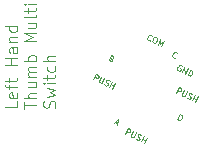
<source format=gto>
%TF.GenerationSoftware,KiCad,Pcbnew,7.0.5*%
%TF.CreationDate,2023-06-18T14:48:44+02:00*%
%TF.ProjectId,LH_RKJXM1015004_thumb,4c485f52-4b4a-4584-9d31-303135303034,rev?*%
%TF.SameCoordinates,Original*%
%TF.FileFunction,Legend,Top*%
%TF.FilePolarity,Positive*%
%FSLAX46Y46*%
G04 Gerber Fmt 4.6, Leading zero omitted, Abs format (unit mm)*
G04 Created by KiCad (PCBNEW 7.0.5) date 2023-06-18 14:48:44*
%MOMM*%
%LPD*%
G01*
G04 APERTURE LIST*
%ADD10C,0.100000*%
%ADD11C,2.200000*%
%ADD12C,1.100000*%
%ADD13C,1.600000*%
G04 APERTURE END LIST*
D10*
X65147419Y-39619925D02*
X65147419Y-40096115D01*
X65147419Y-40096115D02*
X64147419Y-40096115D01*
X65099800Y-38905639D02*
X65147419Y-39000877D01*
X65147419Y-39000877D02*
X65147419Y-39191353D01*
X65147419Y-39191353D02*
X65099800Y-39286591D01*
X65099800Y-39286591D02*
X65004561Y-39334210D01*
X65004561Y-39334210D02*
X64623609Y-39334210D01*
X64623609Y-39334210D02*
X64528371Y-39286591D01*
X64528371Y-39286591D02*
X64480752Y-39191353D01*
X64480752Y-39191353D02*
X64480752Y-39000877D01*
X64480752Y-39000877D02*
X64528371Y-38905639D01*
X64528371Y-38905639D02*
X64623609Y-38858020D01*
X64623609Y-38858020D02*
X64718847Y-38858020D01*
X64718847Y-38858020D02*
X64814085Y-39334210D01*
X64480752Y-38572305D02*
X64480752Y-38191353D01*
X65147419Y-38429448D02*
X64290276Y-38429448D01*
X64290276Y-38429448D02*
X64195038Y-38381829D01*
X64195038Y-38381829D02*
X64147419Y-38286591D01*
X64147419Y-38286591D02*
X64147419Y-38191353D01*
X64480752Y-38000876D02*
X64480752Y-37619924D01*
X64147419Y-37858019D02*
X65004561Y-37858019D01*
X65004561Y-37858019D02*
X65099800Y-37810400D01*
X65099800Y-37810400D02*
X65147419Y-37715162D01*
X65147419Y-37715162D02*
X65147419Y-37619924D01*
X65147419Y-36524685D02*
X64147419Y-36524685D01*
X64623609Y-36524685D02*
X64623609Y-35953257D01*
X65147419Y-35953257D02*
X64147419Y-35953257D01*
X65147419Y-35048495D02*
X64623609Y-35048495D01*
X64623609Y-35048495D02*
X64528371Y-35096114D01*
X64528371Y-35096114D02*
X64480752Y-35191352D01*
X64480752Y-35191352D02*
X64480752Y-35381828D01*
X64480752Y-35381828D02*
X64528371Y-35477066D01*
X65099800Y-35048495D02*
X65147419Y-35143733D01*
X65147419Y-35143733D02*
X65147419Y-35381828D01*
X65147419Y-35381828D02*
X65099800Y-35477066D01*
X65099800Y-35477066D02*
X65004561Y-35524685D01*
X65004561Y-35524685D02*
X64909323Y-35524685D01*
X64909323Y-35524685D02*
X64814085Y-35477066D01*
X64814085Y-35477066D02*
X64766466Y-35381828D01*
X64766466Y-35381828D02*
X64766466Y-35143733D01*
X64766466Y-35143733D02*
X64718847Y-35048495D01*
X64480752Y-34572304D02*
X65147419Y-34572304D01*
X64575990Y-34572304D02*
X64528371Y-34524685D01*
X64528371Y-34524685D02*
X64480752Y-34429447D01*
X64480752Y-34429447D02*
X64480752Y-34286590D01*
X64480752Y-34286590D02*
X64528371Y-34191352D01*
X64528371Y-34191352D02*
X64623609Y-34143733D01*
X64623609Y-34143733D02*
X65147419Y-34143733D01*
X65147419Y-33238971D02*
X64147419Y-33238971D01*
X65099800Y-33238971D02*
X65147419Y-33334209D01*
X65147419Y-33334209D02*
X65147419Y-33524685D01*
X65147419Y-33524685D02*
X65099800Y-33619923D01*
X65099800Y-33619923D02*
X65052180Y-33667542D01*
X65052180Y-33667542D02*
X64956942Y-33715161D01*
X64956942Y-33715161D02*
X64671228Y-33715161D01*
X64671228Y-33715161D02*
X64575990Y-33667542D01*
X64575990Y-33667542D02*
X64528371Y-33619923D01*
X64528371Y-33619923D02*
X64480752Y-33524685D01*
X64480752Y-33524685D02*
X64480752Y-33334209D01*
X64480752Y-33334209D02*
X64528371Y-33238971D01*
X65757419Y-40238972D02*
X65757419Y-39667544D01*
X66757419Y-39953258D02*
X65757419Y-39953258D01*
X66757419Y-39334210D02*
X65757419Y-39334210D01*
X66757419Y-38905639D02*
X66233609Y-38905639D01*
X66233609Y-38905639D02*
X66138371Y-38953258D01*
X66138371Y-38953258D02*
X66090752Y-39048496D01*
X66090752Y-39048496D02*
X66090752Y-39191353D01*
X66090752Y-39191353D02*
X66138371Y-39286591D01*
X66138371Y-39286591D02*
X66185990Y-39334210D01*
X66090752Y-38000877D02*
X66757419Y-38000877D01*
X66090752Y-38429448D02*
X66614561Y-38429448D01*
X66614561Y-38429448D02*
X66709800Y-38381829D01*
X66709800Y-38381829D02*
X66757419Y-38286591D01*
X66757419Y-38286591D02*
X66757419Y-38143734D01*
X66757419Y-38143734D02*
X66709800Y-38048496D01*
X66709800Y-38048496D02*
X66662180Y-38000877D01*
X66757419Y-37524686D02*
X66090752Y-37524686D01*
X66185990Y-37524686D02*
X66138371Y-37477067D01*
X66138371Y-37477067D02*
X66090752Y-37381829D01*
X66090752Y-37381829D02*
X66090752Y-37238972D01*
X66090752Y-37238972D02*
X66138371Y-37143734D01*
X66138371Y-37143734D02*
X66233609Y-37096115D01*
X66233609Y-37096115D02*
X66757419Y-37096115D01*
X66233609Y-37096115D02*
X66138371Y-37048496D01*
X66138371Y-37048496D02*
X66090752Y-36953258D01*
X66090752Y-36953258D02*
X66090752Y-36810401D01*
X66090752Y-36810401D02*
X66138371Y-36715162D01*
X66138371Y-36715162D02*
X66233609Y-36667543D01*
X66233609Y-36667543D02*
X66757419Y-36667543D01*
X66757419Y-36191353D02*
X65757419Y-36191353D01*
X66138371Y-36191353D02*
X66090752Y-36096115D01*
X66090752Y-36096115D02*
X66090752Y-35905639D01*
X66090752Y-35905639D02*
X66138371Y-35810401D01*
X66138371Y-35810401D02*
X66185990Y-35762782D01*
X66185990Y-35762782D02*
X66281228Y-35715163D01*
X66281228Y-35715163D02*
X66566942Y-35715163D01*
X66566942Y-35715163D02*
X66662180Y-35762782D01*
X66662180Y-35762782D02*
X66709800Y-35810401D01*
X66709800Y-35810401D02*
X66757419Y-35905639D01*
X66757419Y-35905639D02*
X66757419Y-36096115D01*
X66757419Y-36096115D02*
X66709800Y-36191353D01*
X66757419Y-34524686D02*
X65757419Y-34524686D01*
X65757419Y-34524686D02*
X66471704Y-34191353D01*
X66471704Y-34191353D02*
X65757419Y-33858020D01*
X65757419Y-33858020D02*
X66757419Y-33858020D01*
X66090752Y-32953258D02*
X66757419Y-32953258D01*
X66090752Y-33381829D02*
X66614561Y-33381829D01*
X66614561Y-33381829D02*
X66709800Y-33334210D01*
X66709800Y-33334210D02*
X66757419Y-33238972D01*
X66757419Y-33238972D02*
X66757419Y-33096115D01*
X66757419Y-33096115D02*
X66709800Y-33000877D01*
X66709800Y-33000877D02*
X66662180Y-32953258D01*
X66757419Y-32334210D02*
X66709800Y-32429448D01*
X66709800Y-32429448D02*
X66614561Y-32477067D01*
X66614561Y-32477067D02*
X65757419Y-32477067D01*
X66090752Y-32096114D02*
X66090752Y-31715162D01*
X65757419Y-31953257D02*
X66614561Y-31953257D01*
X66614561Y-31953257D02*
X66709800Y-31905638D01*
X66709800Y-31905638D02*
X66757419Y-31810400D01*
X66757419Y-31810400D02*
X66757419Y-31715162D01*
X66757419Y-31381828D02*
X66090752Y-31381828D01*
X65757419Y-31381828D02*
X65805038Y-31429447D01*
X65805038Y-31429447D02*
X65852657Y-31381828D01*
X65852657Y-31381828D02*
X65805038Y-31334209D01*
X65805038Y-31334209D02*
X65757419Y-31381828D01*
X65757419Y-31381828D02*
X65852657Y-31381828D01*
X68319800Y-40143734D02*
X68367419Y-40000877D01*
X68367419Y-40000877D02*
X68367419Y-39762782D01*
X68367419Y-39762782D02*
X68319800Y-39667544D01*
X68319800Y-39667544D02*
X68272180Y-39619925D01*
X68272180Y-39619925D02*
X68176942Y-39572306D01*
X68176942Y-39572306D02*
X68081704Y-39572306D01*
X68081704Y-39572306D02*
X67986466Y-39619925D01*
X67986466Y-39619925D02*
X67938847Y-39667544D01*
X67938847Y-39667544D02*
X67891228Y-39762782D01*
X67891228Y-39762782D02*
X67843609Y-39953258D01*
X67843609Y-39953258D02*
X67795990Y-40048496D01*
X67795990Y-40048496D02*
X67748371Y-40096115D01*
X67748371Y-40096115D02*
X67653133Y-40143734D01*
X67653133Y-40143734D02*
X67557895Y-40143734D01*
X67557895Y-40143734D02*
X67462657Y-40096115D01*
X67462657Y-40096115D02*
X67415038Y-40048496D01*
X67415038Y-40048496D02*
X67367419Y-39953258D01*
X67367419Y-39953258D02*
X67367419Y-39715163D01*
X67367419Y-39715163D02*
X67415038Y-39572306D01*
X67700752Y-39238972D02*
X68367419Y-39048496D01*
X68367419Y-39048496D02*
X67891228Y-38858020D01*
X67891228Y-38858020D02*
X68367419Y-38667544D01*
X68367419Y-38667544D02*
X67700752Y-38477068D01*
X68367419Y-38096115D02*
X67700752Y-38096115D01*
X67367419Y-38096115D02*
X67415038Y-38143734D01*
X67415038Y-38143734D02*
X67462657Y-38096115D01*
X67462657Y-38096115D02*
X67415038Y-38048496D01*
X67415038Y-38048496D02*
X67367419Y-38096115D01*
X67367419Y-38096115D02*
X67462657Y-38096115D01*
X67700752Y-37762782D02*
X67700752Y-37381830D01*
X67367419Y-37619925D02*
X68224561Y-37619925D01*
X68224561Y-37619925D02*
X68319800Y-37572306D01*
X68319800Y-37572306D02*
X68367419Y-37477068D01*
X68367419Y-37477068D02*
X68367419Y-37381830D01*
X68319800Y-36619925D02*
X68367419Y-36715163D01*
X68367419Y-36715163D02*
X68367419Y-36905639D01*
X68367419Y-36905639D02*
X68319800Y-37000877D01*
X68319800Y-37000877D02*
X68272180Y-37048496D01*
X68272180Y-37048496D02*
X68176942Y-37096115D01*
X68176942Y-37096115D02*
X67891228Y-37096115D01*
X67891228Y-37096115D02*
X67795990Y-37048496D01*
X67795990Y-37048496D02*
X67748371Y-37000877D01*
X67748371Y-37000877D02*
X67700752Y-36905639D01*
X67700752Y-36905639D02*
X67700752Y-36715163D01*
X67700752Y-36715163D02*
X67748371Y-36619925D01*
X68367419Y-36191353D02*
X67367419Y-36191353D01*
X68367419Y-35762782D02*
X67843609Y-35762782D01*
X67843609Y-35762782D02*
X67748371Y-35810401D01*
X67748371Y-35810401D02*
X67700752Y-35905639D01*
X67700752Y-35905639D02*
X67700752Y-36048496D01*
X67700752Y-36048496D02*
X67748371Y-36143734D01*
X67748371Y-36143734D02*
X67795990Y-36191353D01*
X76388029Y-34451121D02*
X76356289Y-34462361D01*
X76356289Y-34462361D02*
X76281568Y-34453100D01*
X76281568Y-34453100D02*
X76238588Y-34432600D01*
X76238588Y-34432600D02*
X76184368Y-34380359D01*
X76184368Y-34380359D02*
X76161888Y-34316878D01*
X76161888Y-34316878D02*
X76160899Y-34263647D01*
X76160899Y-34263647D02*
X76180410Y-34167437D01*
X76180410Y-34167437D02*
X76211160Y-34102966D01*
X76211160Y-34102966D02*
X76273652Y-34027256D01*
X76273652Y-34027256D02*
X76315642Y-33994526D01*
X76315642Y-33994526D02*
X76379123Y-33972046D01*
X76379123Y-33972046D02*
X76453844Y-33981307D01*
X76453844Y-33981307D02*
X76496824Y-34001808D01*
X76496824Y-34001808D02*
X76551044Y-34054049D01*
X76551044Y-34054049D02*
X76562284Y-34085789D01*
X76862156Y-34176062D02*
X76948116Y-34217063D01*
X76948116Y-34217063D02*
X76980846Y-34259054D01*
X76980846Y-34259054D02*
X77003326Y-34322535D01*
X77003326Y-34322535D02*
X76983815Y-34418745D01*
X76983815Y-34418745D02*
X76912063Y-34569176D01*
X76912063Y-34569176D02*
X76849572Y-34644886D01*
X76849572Y-34644886D02*
X76786091Y-34667366D01*
X76786091Y-34667366D02*
X76732861Y-34668356D01*
X76732861Y-34668356D02*
X76646900Y-34627355D01*
X76646900Y-34627355D02*
X76614170Y-34585364D01*
X76614170Y-34585364D02*
X76591691Y-34521883D01*
X76591691Y-34521883D02*
X76611202Y-34425673D01*
X76611202Y-34425673D02*
X76682954Y-34275242D01*
X76682954Y-34275242D02*
X76745445Y-34199531D01*
X76745445Y-34199531D02*
X76808925Y-34177052D01*
X76808925Y-34177052D02*
X76862156Y-34176062D01*
X77033723Y-34811860D02*
X77248979Y-34360567D01*
X77248979Y-34360567D02*
X77245656Y-34754671D01*
X77245656Y-34754671D02*
X77549840Y-34504071D01*
X77549840Y-34504071D02*
X77334585Y-34955363D01*
X78693515Y-41143182D02*
X78908771Y-40691890D01*
X78908771Y-40691890D02*
X79016221Y-40743141D01*
X79016221Y-40743141D02*
X79070441Y-40795382D01*
X79070441Y-40795382D02*
X79092921Y-40858863D01*
X79092921Y-40858863D02*
X79093911Y-40912093D01*
X79093911Y-40912093D02*
X79074400Y-41008304D01*
X79074400Y-41008304D02*
X79043649Y-41072774D01*
X79043649Y-41072774D02*
X78981158Y-41148484D01*
X78981158Y-41148484D02*
X78939167Y-41181214D01*
X78939167Y-41181214D02*
X78875686Y-41203694D01*
X78875686Y-41203694D02*
X78800966Y-41194433D01*
X78800966Y-41194433D02*
X78693515Y-41143182D01*
X74277318Y-42360550D02*
X74492573Y-41909257D01*
X74492573Y-41909257D02*
X74664494Y-41991259D01*
X74664494Y-41991259D02*
X74697224Y-42033250D01*
X74697224Y-42033250D02*
X74708464Y-42064990D01*
X74708464Y-42064990D02*
X74709454Y-42118221D01*
X74709454Y-42118221D02*
X74678703Y-42182691D01*
X74678703Y-42182691D02*
X74636712Y-42215421D01*
X74636712Y-42215421D02*
X74604972Y-42226661D01*
X74604972Y-42226661D02*
X74551742Y-42227650D01*
X74551742Y-42227650D02*
X74379821Y-42145648D01*
X74943866Y-42124513D02*
X74769612Y-42489845D01*
X74769612Y-42489845D02*
X74770601Y-42543075D01*
X74770601Y-42543075D02*
X74781841Y-42574816D01*
X74781841Y-42574816D02*
X74814571Y-42616806D01*
X74814571Y-42616806D02*
X74900532Y-42657807D01*
X74900532Y-42657807D02*
X74953762Y-42656818D01*
X74953762Y-42656818D02*
X74985502Y-42645578D01*
X74985502Y-42645578D02*
X75027493Y-42612848D01*
X75027493Y-42612848D02*
X75201748Y-42247516D01*
X75190154Y-42769571D02*
X75244374Y-42821812D01*
X75244374Y-42821812D02*
X75351825Y-42873063D01*
X75351825Y-42873063D02*
X75405055Y-42872073D01*
X75405055Y-42872073D02*
X75436796Y-42860834D01*
X75436796Y-42860834D02*
X75478786Y-42828104D01*
X75478786Y-42828104D02*
X75499287Y-42785123D01*
X75499287Y-42785123D02*
X75498297Y-42731893D01*
X75498297Y-42731893D02*
X75487057Y-42700152D01*
X75487057Y-42700152D02*
X75454327Y-42658162D01*
X75454327Y-42658162D02*
X75378617Y-42595671D01*
X75378617Y-42595671D02*
X75345887Y-42553680D01*
X75345887Y-42553680D02*
X75334647Y-42521940D01*
X75334647Y-42521940D02*
X75333658Y-42468709D01*
X75333658Y-42468709D02*
X75354158Y-42425729D01*
X75354158Y-42425729D02*
X75396149Y-42392999D01*
X75396149Y-42392999D02*
X75427889Y-42381759D01*
X75427889Y-42381759D02*
X75481120Y-42380769D01*
X75481120Y-42380769D02*
X75588570Y-42432021D01*
X75588570Y-42432021D02*
X75642790Y-42484262D01*
X75631196Y-43006316D02*
X75846451Y-42555024D01*
X75743949Y-42769925D02*
X76001830Y-42892928D01*
X75889077Y-43129319D02*
X76104333Y-42678027D01*
X78515268Y-35908933D02*
X78483528Y-35920173D01*
X78483528Y-35920173D02*
X78408807Y-35910912D01*
X78408807Y-35910912D02*
X78365827Y-35890412D01*
X78365827Y-35890412D02*
X78311607Y-35838171D01*
X78311607Y-35838171D02*
X78289127Y-35774690D01*
X78289127Y-35774690D02*
X78288137Y-35721460D01*
X78288137Y-35721460D02*
X78307648Y-35625249D01*
X78307648Y-35625249D02*
X78338399Y-35560778D01*
X78338399Y-35560778D02*
X78400890Y-35485068D01*
X78400890Y-35485068D02*
X78442881Y-35452338D01*
X78442881Y-35452338D02*
X78506362Y-35429858D01*
X78506362Y-35429858D02*
X78581082Y-35439119D01*
X78581082Y-35439119D02*
X78624063Y-35459620D01*
X78624063Y-35459620D02*
X78678283Y-35511861D01*
X78678283Y-35511861D02*
X78689523Y-35543601D01*
X71597476Y-37758546D02*
X71812731Y-37307253D01*
X71812731Y-37307253D02*
X71984652Y-37389255D01*
X71984652Y-37389255D02*
X72017382Y-37431246D01*
X72017382Y-37431246D02*
X72028622Y-37462986D01*
X72028622Y-37462986D02*
X72029612Y-37516217D01*
X72029612Y-37516217D02*
X71998861Y-37580687D01*
X71998861Y-37580687D02*
X71956870Y-37613417D01*
X71956870Y-37613417D02*
X71925130Y-37624657D01*
X71925130Y-37624657D02*
X71871900Y-37625646D01*
X71871900Y-37625646D02*
X71699979Y-37543644D01*
X72264024Y-37522509D02*
X72089770Y-37887841D01*
X72089770Y-37887841D02*
X72090759Y-37941071D01*
X72090759Y-37941071D02*
X72101999Y-37972812D01*
X72101999Y-37972812D02*
X72134729Y-38014802D01*
X72134729Y-38014802D02*
X72220690Y-38055803D01*
X72220690Y-38055803D02*
X72273920Y-38054814D01*
X72273920Y-38054814D02*
X72305660Y-38043574D01*
X72305660Y-38043574D02*
X72347651Y-38010844D01*
X72347651Y-38010844D02*
X72521906Y-37645512D01*
X72510312Y-38167567D02*
X72564532Y-38219808D01*
X72564532Y-38219808D02*
X72671983Y-38271059D01*
X72671983Y-38271059D02*
X72725213Y-38270069D01*
X72725213Y-38270069D02*
X72756954Y-38258830D01*
X72756954Y-38258830D02*
X72798944Y-38226100D01*
X72798944Y-38226100D02*
X72819445Y-38183119D01*
X72819445Y-38183119D02*
X72818455Y-38129889D01*
X72818455Y-38129889D02*
X72807215Y-38098148D01*
X72807215Y-38098148D02*
X72774485Y-38056158D01*
X72774485Y-38056158D02*
X72698775Y-37993667D01*
X72698775Y-37993667D02*
X72666045Y-37951676D01*
X72666045Y-37951676D02*
X72654805Y-37919936D01*
X72654805Y-37919936D02*
X72653816Y-37866705D01*
X72653816Y-37866705D02*
X72674316Y-37823725D01*
X72674316Y-37823725D02*
X72716307Y-37790995D01*
X72716307Y-37790995D02*
X72748047Y-37779755D01*
X72748047Y-37779755D02*
X72801278Y-37778765D01*
X72801278Y-37778765D02*
X72908728Y-37830017D01*
X72908728Y-37830017D02*
X72962948Y-37882258D01*
X72951354Y-38404312D02*
X73166609Y-37953020D01*
X73064107Y-38167921D02*
X73321988Y-38290924D01*
X73209235Y-38527315D02*
X73424491Y-38076023D01*
X73404283Y-41342687D02*
X73619185Y-41445190D01*
X73299802Y-41451127D02*
X73665488Y-41071586D01*
X73665488Y-41071586D02*
X73600663Y-41594631D01*
X78596078Y-38880850D02*
X78811333Y-38429557D01*
X78811333Y-38429557D02*
X78983254Y-38511559D01*
X78983254Y-38511559D02*
X79015984Y-38553550D01*
X79015984Y-38553550D02*
X79027224Y-38585290D01*
X79027224Y-38585290D02*
X79028214Y-38638521D01*
X79028214Y-38638521D02*
X78997463Y-38702991D01*
X78997463Y-38702991D02*
X78955472Y-38735721D01*
X78955472Y-38735721D02*
X78923732Y-38746961D01*
X78923732Y-38746961D02*
X78870502Y-38747950D01*
X78870502Y-38747950D02*
X78698581Y-38665948D01*
X79262626Y-38644813D02*
X79088372Y-39010145D01*
X79088372Y-39010145D02*
X79089361Y-39063375D01*
X79089361Y-39063375D02*
X79100601Y-39095116D01*
X79100601Y-39095116D02*
X79133331Y-39137106D01*
X79133331Y-39137106D02*
X79219292Y-39178107D01*
X79219292Y-39178107D02*
X79272522Y-39177118D01*
X79272522Y-39177118D02*
X79304262Y-39165878D01*
X79304262Y-39165878D02*
X79346253Y-39133148D01*
X79346253Y-39133148D02*
X79520508Y-38767816D01*
X79508914Y-39289871D02*
X79563134Y-39342112D01*
X79563134Y-39342112D02*
X79670585Y-39393363D01*
X79670585Y-39393363D02*
X79723815Y-39392373D01*
X79723815Y-39392373D02*
X79755556Y-39381134D01*
X79755556Y-39381134D02*
X79797546Y-39348404D01*
X79797546Y-39348404D02*
X79818047Y-39305423D01*
X79818047Y-39305423D02*
X79817057Y-39252193D01*
X79817057Y-39252193D02*
X79805817Y-39220452D01*
X79805817Y-39220452D02*
X79773087Y-39178462D01*
X79773087Y-39178462D02*
X79697377Y-39115971D01*
X79697377Y-39115971D02*
X79664647Y-39073980D01*
X79664647Y-39073980D02*
X79653407Y-39042240D01*
X79653407Y-39042240D02*
X79652418Y-38989009D01*
X79652418Y-38989009D02*
X79672918Y-38946029D01*
X79672918Y-38946029D02*
X79714909Y-38913299D01*
X79714909Y-38913299D02*
X79746649Y-38902059D01*
X79746649Y-38902059D02*
X79799880Y-38901069D01*
X79799880Y-38901069D02*
X79907330Y-38952321D01*
X79907330Y-38952321D02*
X79961550Y-39004562D01*
X79949956Y-39526616D02*
X80165211Y-39075324D01*
X80062709Y-39290225D02*
X80320590Y-39413228D01*
X80207837Y-39649619D02*
X80423093Y-39198327D01*
X79081716Y-36612790D02*
X79048986Y-36570799D01*
X79048986Y-36570799D02*
X78984516Y-36540048D01*
X78984516Y-36540048D02*
X78909795Y-36530788D01*
X78909795Y-36530788D02*
X78846314Y-36553267D01*
X78846314Y-36553267D02*
X78804323Y-36585997D01*
X78804323Y-36585997D02*
X78741832Y-36661708D01*
X78741832Y-36661708D02*
X78711081Y-36726178D01*
X78711081Y-36726178D02*
X78691571Y-36822389D01*
X78691571Y-36822389D02*
X78692560Y-36875619D01*
X78692560Y-36875619D02*
X78715040Y-36939100D01*
X78715040Y-36939100D02*
X78769260Y-36991341D01*
X78769260Y-36991341D02*
X78812240Y-37011842D01*
X78812240Y-37011842D02*
X78886961Y-37021102D01*
X78886961Y-37021102D02*
X78918701Y-37009862D01*
X78918701Y-37009862D02*
X78990453Y-36859431D01*
X78990453Y-36859431D02*
X78904493Y-36818430D01*
X79091612Y-37145095D02*
X79306867Y-36693802D01*
X79306867Y-36693802D02*
X79349493Y-37268098D01*
X79349493Y-37268098D02*
X79564749Y-36816805D01*
X79564395Y-37370601D02*
X79779651Y-36919308D01*
X79779651Y-36919308D02*
X79887101Y-36970560D01*
X79887101Y-36970560D02*
X79941321Y-37022801D01*
X79941321Y-37022801D02*
X79963801Y-37086281D01*
X79963801Y-37086281D02*
X79964791Y-37139512D01*
X79964791Y-37139512D02*
X79945280Y-37235723D01*
X79945280Y-37235723D02*
X79914529Y-37300193D01*
X79914529Y-37300193D02*
X79852038Y-37375903D01*
X79852038Y-37375903D02*
X79810047Y-37408633D01*
X79810047Y-37408633D02*
X79746566Y-37431113D01*
X79746566Y-37431113D02*
X79671846Y-37421852D01*
X79671846Y-37421852D02*
X79564395Y-37370601D01*
X73138591Y-35987591D02*
X73192811Y-36039832D01*
X73192811Y-36039832D02*
X73204051Y-36071572D01*
X73204051Y-36071572D02*
X73205041Y-36124802D01*
X73205041Y-36124802D02*
X73174290Y-36189273D01*
X73174290Y-36189273D02*
X73132299Y-36222003D01*
X73132299Y-36222003D02*
X73100559Y-36233243D01*
X73100559Y-36233243D02*
X73047328Y-36234232D01*
X73047328Y-36234232D02*
X72875407Y-36152230D01*
X72875407Y-36152230D02*
X73090663Y-35700938D01*
X73090663Y-35700938D02*
X73241094Y-35772689D01*
X73241094Y-35772689D02*
X73273824Y-35814680D01*
X73273824Y-35814680D02*
X73285063Y-35846420D01*
X73285063Y-35846420D02*
X73286053Y-35899651D01*
X73286053Y-35899651D02*
X73265552Y-35942631D01*
X73265552Y-35942631D02*
X73223562Y-35975361D01*
X73223562Y-35975361D02*
X73191821Y-35986601D01*
X73191821Y-35986601D02*
X73138591Y-35987591D01*
X73138591Y-35987591D02*
X72988160Y-35915839D01*
%LPC*%
D11*
X64000000Y-43000000D03*
X64000000Y-28500000D03*
D12*
X76388948Y-35361733D03*
D13*
X80908109Y-37849641D03*
X81259342Y-39900649D03*
X74599351Y-43759342D03*
X70740658Y-37099351D03*
X77400649Y-33240658D03*
X72966385Y-42537286D03*
X71962714Y-35466385D03*
X79033615Y-34462714D03*
X80037286Y-41533615D03*
%LPD*%
M02*

</source>
